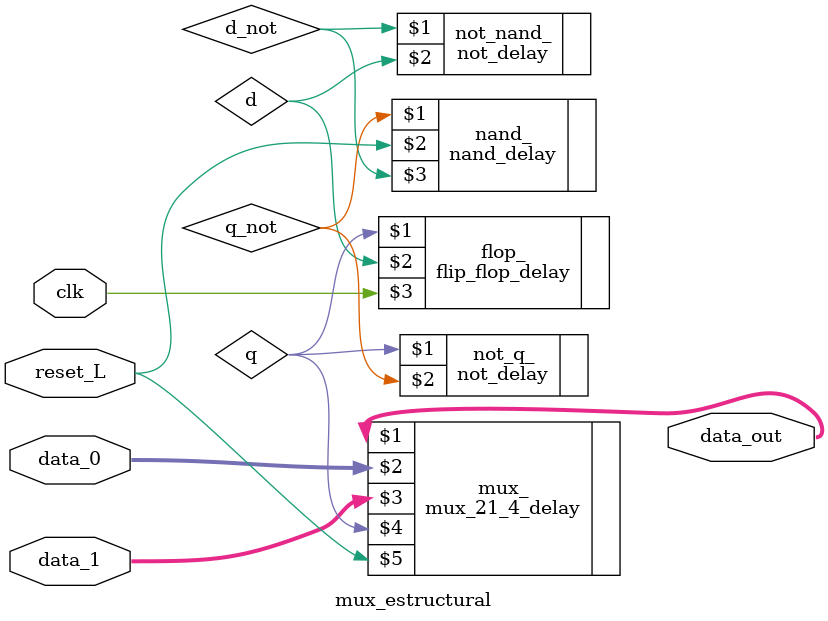
<source format=v>
`include "libreria.v"

module mux_estructural (
            input clk,
            input reset_L,
            input [3:0] data_0,
            input [3:0] data_1,
            output [3:0] data_out
            );
   // internal variable
   wire                  q,
                         q_not,
                         d_not,
                         d;

   mux_21_4_delay mux_ (data_out, data_0, data_1, q, reset_L);
   nand_delay nand_ (q_not, reset_L, d_not);
   not_delay not_nand_ (d_not, d);
   flip_flop_delay flop_ (q, d, clk);
   not_delay not_q_ (q, q_not);

endmodule


</source>
